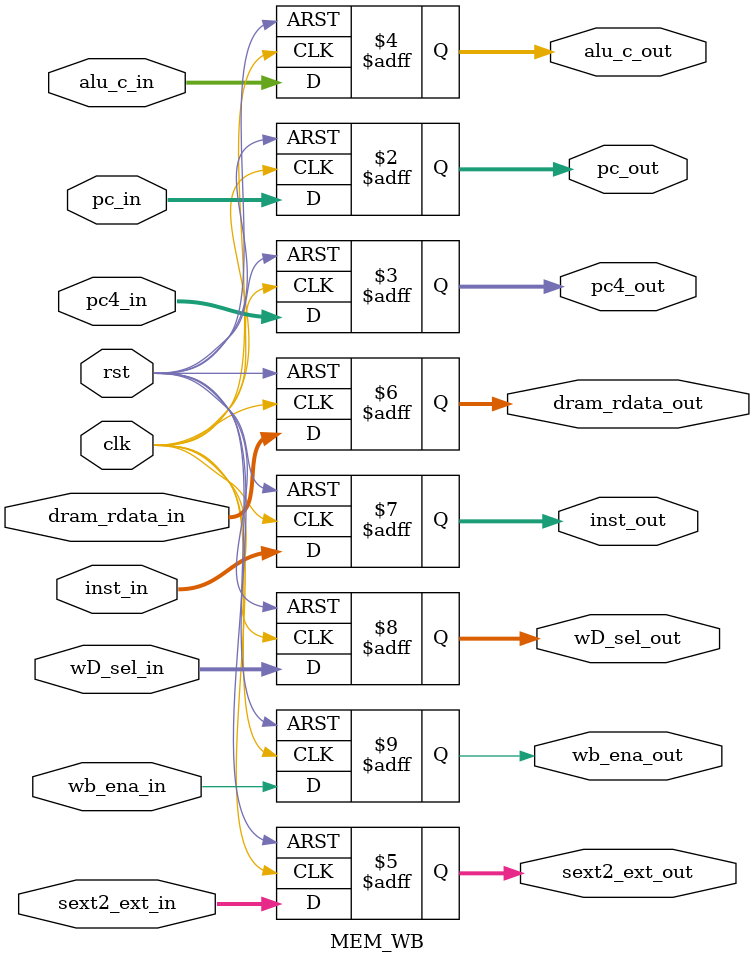
<source format=v>
`timescale 1ns / 1ps

module MEM_WB (
    input  wire        clk,
    input  wire        rst,
    
    // 数据信号
    input  wire [31:0] pc_in,
    input  wire [31:0] pc4_in,
    input  wire [31:0] alu_c_in,
    input  wire [31:0] sext2_ext_in,
    input  wire [31:0] dram_rdata_in,
    input  wire [31:0] inst_in,

    // 控制信号
    input  wire [2:0]  wD_sel_in,
    input  wire        wb_ena_in,

    // 输出到WB阶段
    output reg  [31:0] pc_out,
    output reg  [31:0] pc4_out,
    output reg  [31:0] alu_c_out,
    output reg  [31:0] sext2_ext_out,
    output reg  [31:0] dram_rdata_out,
    output reg  [31:0] inst_out,

    output reg  [2:0]  wD_sel_out,
    output reg         wb_ena_out
);

    always @(posedge clk or posedge rst) begin
        if (rst) begin
            pc_out         <= 32'b0;
            pc4_out        <= 32'b0;
            alu_c_out      <= 32'b0;
            sext2_ext_out  <= 32'b0;
            dram_rdata_out <= 32'b0;
            inst_out       <= 32'b0;

            wD_sel_out     <= 3'b0;
            wb_ena_out     <= 1'b0;
        end else begin
            pc_out         <= pc_in;
            pc4_out        <= pc4_in;
            alu_c_out      <= alu_c_in;
            sext2_ext_out  <= sext2_ext_in;
            dram_rdata_out <= dram_rdata_in;
            inst_out       <= inst_in;

            wD_sel_out     <= wD_sel_in;
            wb_ena_out     <= wb_ena_in;
        end
    end

endmodule

</source>
